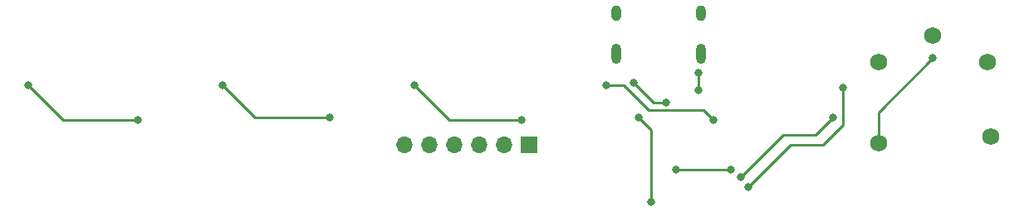
<source format=gbr>
%TF.GenerationSoftware,KiCad,Pcbnew,(6.0.9)*%
%TF.CreationDate,2022-11-05T18:14:27+01:00*%
%TF.ProjectId,pcb,7063622e-6b69-4636-9164-5f7063625858,rev?*%
%TF.SameCoordinates,Original*%
%TF.FileFunction,Copper,L2,Bot*%
%TF.FilePolarity,Positive*%
%FSLAX46Y46*%
G04 Gerber Fmt 4.6, Leading zero omitted, Abs format (unit mm)*
G04 Created by KiCad (PCBNEW (6.0.9)) date 2022-11-05 18:14:27*
%MOMM*%
%LPD*%
G01*
G04 APERTURE LIST*
%TA.AperFunction,ComponentPad*%
%ADD10R,1.700000X1.700000*%
%TD*%
%TA.AperFunction,ComponentPad*%
%ADD11O,1.700000X1.700000*%
%TD*%
%TA.AperFunction,ComponentPad*%
%ADD12C,1.750000*%
%TD*%
%TA.AperFunction,ComponentPad*%
%ADD13O,1.000000X1.600000*%
%TD*%
%TA.AperFunction,ComponentPad*%
%ADD14O,1.000000X2.100000*%
%TD*%
%TA.AperFunction,ViaPad*%
%ADD15C,0.800000*%
%TD*%
%TA.AperFunction,Conductor*%
%ADD16C,0.250000*%
%TD*%
G04 APERTURE END LIST*
D10*
%TO.P,J2,1,Pin_1*%
%TO.N,/PB0*%
X151892000Y-103378000D03*
D11*
%TO.P,J2,2,Pin_2*%
%TO.N,/PB1*%
X149352000Y-103378000D03*
%TO.P,J2,3,Pin_3*%
%TO.N,/PB2*%
X146812000Y-103378000D03*
%TO.P,J2,4,Pin_4*%
%TO.N,/PB5*%
X144272000Y-103378000D03*
%TO.P,J2,5,Pin_5*%
%TO.N,GND*%
X141732000Y-103378000D03*
%TO.P,J2,6,Pin_6*%
%TO.N,+5V*%
X139192000Y-103378000D03*
%TD*%
D12*
%TO.P,SW1,A,A*%
%TO.N,/PB3*%
X187490000Y-94910000D03*
%TO.P,SW1,B,B*%
%TO.N,/PB4*%
X198590000Y-94910000D03*
%TO.P,SW1,C,C*%
%TO.N,GND*%
X193040000Y-92210000D03*
%TO.P,SW1,S1,S1*%
%TO.N,/PB2*%
X198990000Y-102510000D03*
%TO.P,SW1,S2,S2*%
%TO.N,GND*%
X187490000Y-103210000D03*
%TD*%
D13*
%TO.P,J1,S1,SHIELD*%
%TO.N,GND*%
X169420000Y-89882000D03*
D14*
X169420000Y-94062000D03*
X160780000Y-94062000D03*
D13*
X160780000Y-89882000D03*
%TD*%
D15*
%TO.N,GND*%
X169164000Y-96012000D03*
X169164000Y-97790000D03*
X193040000Y-94488000D03*
%TO.N,+5V*%
X163072299Y-100579701D03*
X164338000Y-109220000D03*
%TO.N,GND*%
X162560000Y-97028000D03*
X165862000Y-99060000D03*
%TO.N,Net-(D1-Pad2)*%
X159766000Y-97282000D03*
X170688000Y-100838000D03*
%TO.N,Net-(D2-Pad2)*%
X140208000Y-97282000D03*
X151130000Y-100838000D03*
%TO.N,Net-(D3-Pad2)*%
X131572000Y-100584000D03*
X120650000Y-97282000D03*
%TO.N,Net-(D4-Pad2)*%
X112014000Y-100838000D03*
X100838000Y-97282000D03*
%TO.N,/PB0*%
X166878000Y-105918000D03*
X172466000Y-105918000D03*
%TO.N,/PB3*%
X183896000Y-97536000D03*
X174244000Y-107696000D03*
%TO.N,/PB4*%
X182880000Y-100584000D03*
X173482000Y-106680000D03*
%TD*%
D16*
%TO.N,GND*%
X169164000Y-97790000D02*
X169164000Y-96012000D01*
X193040000Y-94488000D02*
X187490000Y-100038000D01*
X187490000Y-100038000D02*
X187490000Y-103210000D01*
%TO.N,+5V*%
X163072299Y-100588299D02*
X163072299Y-100579701D01*
X164338000Y-109220000D02*
X164338000Y-101854000D01*
X164338000Y-101854000D02*
X163072299Y-100588299D01*
%TO.N,GND*%
X164592000Y-99060000D02*
X165862000Y-99060000D01*
X162560000Y-97028000D02*
X164592000Y-99060000D01*
%TO.N,Net-(D1-Pad2)*%
X161544000Y-97282000D02*
X164084000Y-99822000D01*
X169672000Y-99822000D02*
X170688000Y-100838000D01*
X164084000Y-99822000D02*
X169672000Y-99822000D01*
X159766000Y-97282000D02*
X161544000Y-97282000D01*
%TO.N,Net-(D2-Pad2)*%
X140208000Y-97282000D02*
X143764000Y-100838000D01*
X143764000Y-100838000D02*
X151130000Y-100838000D01*
%TO.N,Net-(D3-Pad2)*%
X120650000Y-97282000D02*
X123952000Y-100584000D01*
X123952000Y-100584000D02*
X131572000Y-100584000D01*
%TO.N,Net-(D4-Pad2)*%
X100838000Y-97282000D02*
X104394000Y-100838000D01*
X104394000Y-100838000D02*
X112014000Y-100838000D01*
%TO.N,/PB0*%
X166878000Y-105918000D02*
X172466000Y-105918000D01*
%TO.N,/PB3*%
X178562000Y-103378000D02*
X181864000Y-103378000D01*
X181864000Y-103378000D02*
X183896000Y-101346000D01*
X174244000Y-107696000D02*
X178562000Y-103378000D01*
X183896000Y-101346000D02*
X183896000Y-97536000D01*
%TO.N,/PB4*%
X177800000Y-102362000D02*
X180340000Y-102362000D01*
X181102000Y-102362000D02*
X182880000Y-100584000D01*
X173482000Y-106680000D02*
X177800000Y-102362000D01*
X180340000Y-102362000D02*
X180594000Y-102362000D01*
X180594000Y-102362000D02*
X181102000Y-102362000D01*
%TD*%
M02*

</source>
